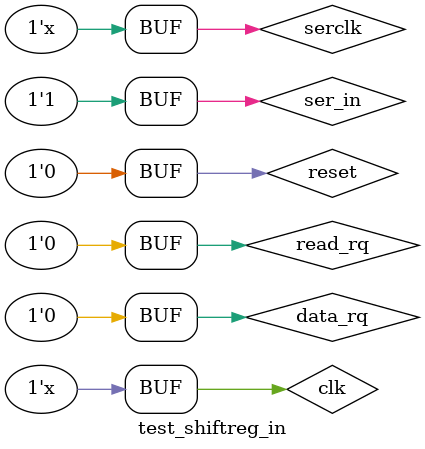
<source format=v>
`timescale 1ns / 1ps


module test_shiftreg_in;

	// Inputs
	reg reset;
	reg data_rq;
	reg read_rq;
	reg serclk;
	reg ser_in;
	reg clk;

	// Outputs
	wire [7:0] data;
	wire data_ready;
	wire busy;

	// Instantiate the Unit Under Test (UUT)
	shiftreg_in uut (
		.reset(reset), 
		.data(data), 
		.data_rq(data_rq), 
		.read_rq(read_rq), 
		.data_ready(data_ready), 
		.serclk(serclk), 
		.ser_in(ser_in), 
		.clk(clk),
		.busy(busy)
	);

	initial begin
		// Initialize Inputs
		reset = 0;
		data_rq = 0;
		read_rq = 0;
		serclk = 0;
		ser_in = 0;
		clk = 0;

		// Wait 100 ns for global reset to finish
		#100;
        
		// Add stimulus here
		read_rq=1;
		#100 read_rq=0;
		#400
		ser_in=1;
		#400
		ser_in=0;
		#400
		ser_in=1;
		#400
		ser_in=0;
		#400
		ser_in=1;
		#400
		ser_in=0;
		#400
		ser_in=1;
		#400
		ser_in=0;
		
		#200
		data_rq=1;
		
		#400
		data_rq=0;
		
		#200
		read_rq=1;
		#200
		read_rq=0;
		#200
		ser_in=0;
		#400
		ser_in=1;
		#400
		ser_in=0;
		#400
		ser_in=1;
		#400
		ser_in=0;
		#400
		ser_in=1;
		#400
		ser_in=0;	
		#400
		ser_in=1;
		
		#200
		data_rq=1;
		#400
		data_rq=0;

	end
	
	always
		#100 clk=!clk;
	always
		#200 serclk=!serclk;
      
endmodule


</source>
